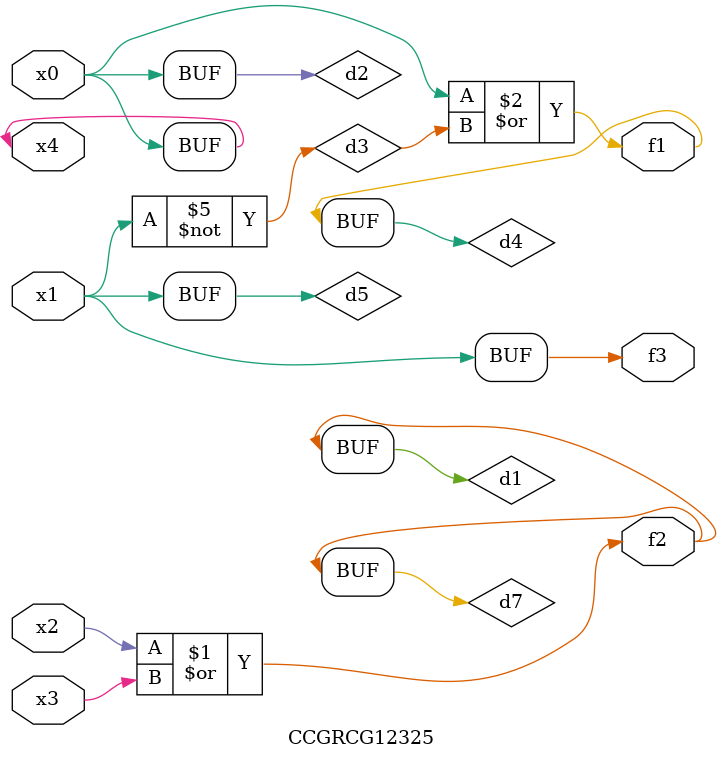
<source format=v>
module CCGRCG12325(
	input x0, x1, x2, x3, x4,
	output f1, f2, f3
);

	wire d1, d2, d3, d4, d5, d6, d7;

	or (d1, x2, x3);
	buf (d2, x0, x4);
	not (d3, x1);
	or (d4, d2, d3);
	not (d5, d3);
	nand (d6, d1, d3);
	or (d7, d1);
	assign f1 = d4;
	assign f2 = d7;
	assign f3 = d5;
endmodule

</source>
